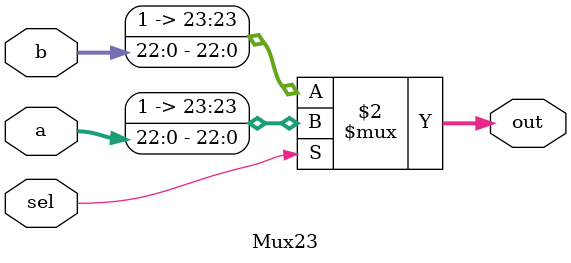
<source format=v>
module Mux23 (a,b,sel,out);

input [22:0]a,b;
output [23:0] out;
input sel;

assign out = (sel == 0) ? {1'b1,b}:{1'b1,a};
//assign out[23] = 1; 

endmodule

</source>
